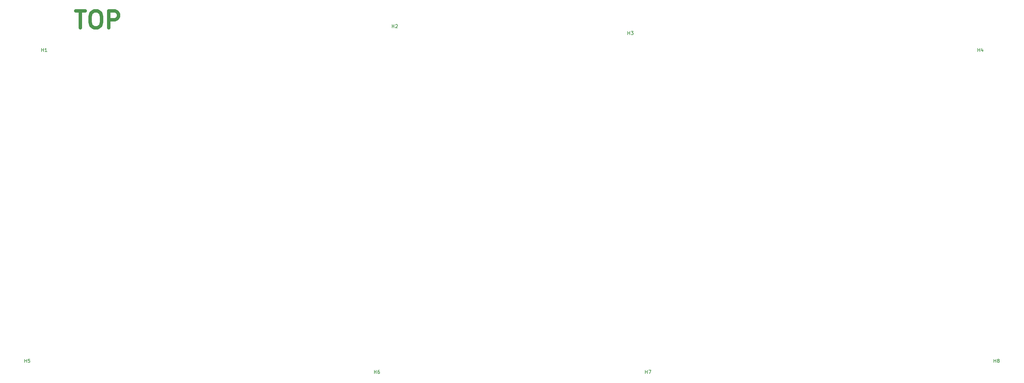
<source format=gbr>
%TF.GenerationSoftware,KiCad,Pcbnew,7.0.1*%
%TF.CreationDate,2023-10-19T22:59:00+03:00*%
%TF.ProjectId,keyboard_cherry_panel,6b657962-6f61-4726-945f-636865727279,rev?*%
%TF.SameCoordinates,Original*%
%TF.FileFunction,Legend,Top*%
%TF.FilePolarity,Positive*%
%FSLAX46Y46*%
G04 Gerber Fmt 4.6, Leading zero omitted, Abs format (unit mm)*
G04 Created by KiCad (PCBNEW 7.0.1) date 2023-10-19 22:59:00*
%MOMM*%
%LPD*%
G01*
G04 APERTURE LIST*
%ADD10C,1.000000*%
%ADD11C,0.150000*%
G04 APERTURE END LIST*
D10*
X17726190Y-2388095D02*
X20583333Y-2388095D01*
X19154761Y-7388095D02*
X19154761Y-2388095D01*
X23202381Y-2388095D02*
X24154762Y-2388095D01*
X24154762Y-2388095D02*
X24630952Y-2626190D01*
X24630952Y-2626190D02*
X25107143Y-3102380D01*
X25107143Y-3102380D02*
X25345238Y-4054761D01*
X25345238Y-4054761D02*
X25345238Y-5721428D01*
X25345238Y-5721428D02*
X25107143Y-6673809D01*
X25107143Y-6673809D02*
X24630952Y-7150000D01*
X24630952Y-7150000D02*
X24154762Y-7388095D01*
X24154762Y-7388095D02*
X23202381Y-7388095D01*
X23202381Y-7388095D02*
X22726190Y-7150000D01*
X22726190Y-7150000D02*
X22250000Y-6673809D01*
X22250000Y-6673809D02*
X22011904Y-5721428D01*
X22011904Y-5721428D02*
X22011904Y-4054761D01*
X22011904Y-4054761D02*
X22250000Y-3102380D01*
X22250000Y-3102380D02*
X22726190Y-2626190D01*
X22726190Y-2626190D02*
X23202381Y-2388095D01*
X27488095Y-7388095D02*
X27488095Y-2388095D01*
X27488095Y-2388095D02*
X29392857Y-2388095D01*
X29392857Y-2388095D02*
X29869047Y-2626190D01*
X29869047Y-2626190D02*
X30107142Y-2864285D01*
X30107142Y-2864285D02*
X30345238Y-3340476D01*
X30345238Y-3340476D02*
X30345238Y-4054761D01*
X30345238Y-4054761D02*
X30107142Y-4530952D01*
X30107142Y-4530952D02*
X29869047Y-4769047D01*
X29869047Y-4769047D02*
X29392857Y-5007142D01*
X29392857Y-5007142D02*
X27488095Y-5007142D01*
D11*
%TO.C,H8*%
X288731395Y-106222819D02*
X288731395Y-105222819D01*
X288731395Y-105699009D02*
X289302823Y-105699009D01*
X289302823Y-106222819D02*
X289302823Y-105222819D01*
X289921871Y-105651390D02*
X289826633Y-105603771D01*
X289826633Y-105603771D02*
X289779014Y-105556152D01*
X289779014Y-105556152D02*
X289731395Y-105460914D01*
X289731395Y-105460914D02*
X289731395Y-105413295D01*
X289731395Y-105413295D02*
X289779014Y-105318057D01*
X289779014Y-105318057D02*
X289826633Y-105270438D01*
X289826633Y-105270438D02*
X289921871Y-105222819D01*
X289921871Y-105222819D02*
X290112347Y-105222819D01*
X290112347Y-105222819D02*
X290207585Y-105270438D01*
X290207585Y-105270438D02*
X290255204Y-105318057D01*
X290255204Y-105318057D02*
X290302823Y-105413295D01*
X290302823Y-105413295D02*
X290302823Y-105460914D01*
X290302823Y-105460914D02*
X290255204Y-105556152D01*
X290255204Y-105556152D02*
X290207585Y-105603771D01*
X290207585Y-105603771D02*
X290112347Y-105651390D01*
X290112347Y-105651390D02*
X289921871Y-105651390D01*
X289921871Y-105651390D02*
X289826633Y-105699009D01*
X289826633Y-105699009D02*
X289779014Y-105746628D01*
X289779014Y-105746628D02*
X289731395Y-105841866D01*
X289731395Y-105841866D02*
X289731395Y-106032342D01*
X289731395Y-106032342D02*
X289779014Y-106127580D01*
X289779014Y-106127580D02*
X289826633Y-106175200D01*
X289826633Y-106175200D02*
X289921871Y-106222819D01*
X289921871Y-106222819D02*
X290112347Y-106222819D01*
X290112347Y-106222819D02*
X290207585Y-106175200D01*
X290207585Y-106175200D02*
X290255204Y-106127580D01*
X290255204Y-106127580D02*
X290302823Y-106032342D01*
X290302823Y-106032342D02*
X290302823Y-105841866D01*
X290302823Y-105841866D02*
X290255204Y-105746628D01*
X290255204Y-105746628D02*
X290207585Y-105699009D01*
X290207585Y-105699009D02*
X290112347Y-105651390D01*
%TO.C,H7*%
X185866095Y-109521719D02*
X185866095Y-108521719D01*
X185866095Y-108997909D02*
X186437523Y-108997909D01*
X186437523Y-109521719D02*
X186437523Y-108521719D01*
X186818476Y-108521719D02*
X187485142Y-108521719D01*
X187485142Y-108521719D02*
X187056571Y-109521719D01*
%TO.C,H1*%
X7690695Y-14422819D02*
X7690695Y-13422819D01*
X7690695Y-13899009D02*
X8262123Y-13899009D01*
X8262123Y-14422819D02*
X8262123Y-13422819D01*
X9262123Y-14422819D02*
X8690695Y-14422819D01*
X8976409Y-14422819D02*
X8976409Y-13422819D01*
X8976409Y-13422819D02*
X8881171Y-13565676D01*
X8881171Y-13565676D02*
X8785933Y-13660914D01*
X8785933Y-13660914D02*
X8690695Y-13708533D01*
%TO.C,H4*%
X283940695Y-14422819D02*
X283940695Y-13422819D01*
X283940695Y-13899009D02*
X284512123Y-13899009D01*
X284512123Y-14422819D02*
X284512123Y-13422819D01*
X285416885Y-13756152D02*
X285416885Y-14422819D01*
X285178790Y-13375200D02*
X284940695Y-14089485D01*
X284940695Y-14089485D02*
X285559742Y-14089485D01*
%TO.C,H6*%
X105875695Y-109521719D02*
X105875695Y-108521719D01*
X105875695Y-108997909D02*
X106447123Y-108997909D01*
X106447123Y-109521719D02*
X106447123Y-108521719D01*
X107351885Y-108521719D02*
X107161409Y-108521719D01*
X107161409Y-108521719D02*
X107066171Y-108569338D01*
X107066171Y-108569338D02*
X107018552Y-108616957D01*
X107018552Y-108616957D02*
X106923314Y-108759814D01*
X106923314Y-108759814D02*
X106875695Y-108950290D01*
X106875695Y-108950290D02*
X106875695Y-109331242D01*
X106875695Y-109331242D02*
X106923314Y-109426480D01*
X106923314Y-109426480D02*
X106970933Y-109474100D01*
X106970933Y-109474100D02*
X107066171Y-109521719D01*
X107066171Y-109521719D02*
X107256647Y-109521719D01*
X107256647Y-109521719D02*
X107351885Y-109474100D01*
X107351885Y-109474100D02*
X107399504Y-109426480D01*
X107399504Y-109426480D02*
X107447123Y-109331242D01*
X107447123Y-109331242D02*
X107447123Y-109093147D01*
X107447123Y-109093147D02*
X107399504Y-108997909D01*
X107399504Y-108997909D02*
X107351885Y-108950290D01*
X107351885Y-108950290D02*
X107256647Y-108902671D01*
X107256647Y-108902671D02*
X107066171Y-108902671D01*
X107066171Y-108902671D02*
X106970933Y-108950290D01*
X106970933Y-108950290D02*
X106923314Y-108997909D01*
X106923314Y-108997909D02*
X106875695Y-109093147D01*
%TO.C,H5*%
X2678895Y-106222819D02*
X2678895Y-105222819D01*
X2678895Y-105699009D02*
X3250323Y-105699009D01*
X3250323Y-106222819D02*
X3250323Y-105222819D01*
X4202704Y-105222819D02*
X3726514Y-105222819D01*
X3726514Y-105222819D02*
X3678895Y-105699009D01*
X3678895Y-105699009D02*
X3726514Y-105651390D01*
X3726514Y-105651390D02*
X3821752Y-105603771D01*
X3821752Y-105603771D02*
X4059847Y-105603771D01*
X4059847Y-105603771D02*
X4155085Y-105651390D01*
X4155085Y-105651390D02*
X4202704Y-105699009D01*
X4202704Y-105699009D02*
X4250323Y-105794247D01*
X4250323Y-105794247D02*
X4250323Y-106032342D01*
X4250323Y-106032342D02*
X4202704Y-106127580D01*
X4202704Y-106127580D02*
X4155085Y-106175200D01*
X4155085Y-106175200D02*
X4059847Y-106222819D01*
X4059847Y-106222819D02*
X3821752Y-106222819D01*
X3821752Y-106222819D02*
X3726514Y-106175200D01*
X3726514Y-106175200D02*
X3678895Y-106127580D01*
%TO.C,H2*%
X111125695Y-7412819D02*
X111125695Y-6412819D01*
X111125695Y-6889009D02*
X111697123Y-6889009D01*
X111697123Y-7412819D02*
X111697123Y-6412819D01*
X112125695Y-6508057D02*
X112173314Y-6460438D01*
X112173314Y-6460438D02*
X112268552Y-6412819D01*
X112268552Y-6412819D02*
X112506647Y-6412819D01*
X112506647Y-6412819D02*
X112601885Y-6460438D01*
X112601885Y-6460438D02*
X112649504Y-6508057D01*
X112649504Y-6508057D02*
X112697123Y-6603295D01*
X112697123Y-6603295D02*
X112697123Y-6698533D01*
X112697123Y-6698533D02*
X112649504Y-6841390D01*
X112649504Y-6841390D02*
X112078076Y-7412819D01*
X112078076Y-7412819D02*
X112697123Y-7412819D01*
%TO.C,H3*%
X180690695Y-9412819D02*
X180690695Y-8412819D01*
X180690695Y-8889009D02*
X181262123Y-8889009D01*
X181262123Y-9412819D02*
X181262123Y-8412819D01*
X181643076Y-8412819D02*
X182262123Y-8412819D01*
X182262123Y-8412819D02*
X181928790Y-8793771D01*
X181928790Y-8793771D02*
X182071647Y-8793771D01*
X182071647Y-8793771D02*
X182166885Y-8841390D01*
X182166885Y-8841390D02*
X182214504Y-8889009D01*
X182214504Y-8889009D02*
X182262123Y-8984247D01*
X182262123Y-8984247D02*
X182262123Y-9222342D01*
X182262123Y-9222342D02*
X182214504Y-9317580D01*
X182214504Y-9317580D02*
X182166885Y-9365200D01*
X182166885Y-9365200D02*
X182071647Y-9412819D01*
X182071647Y-9412819D02*
X181785933Y-9412819D01*
X181785933Y-9412819D02*
X181690695Y-9365200D01*
X181690695Y-9365200D02*
X181643076Y-9317580D01*
%TD*%
M02*

</source>
